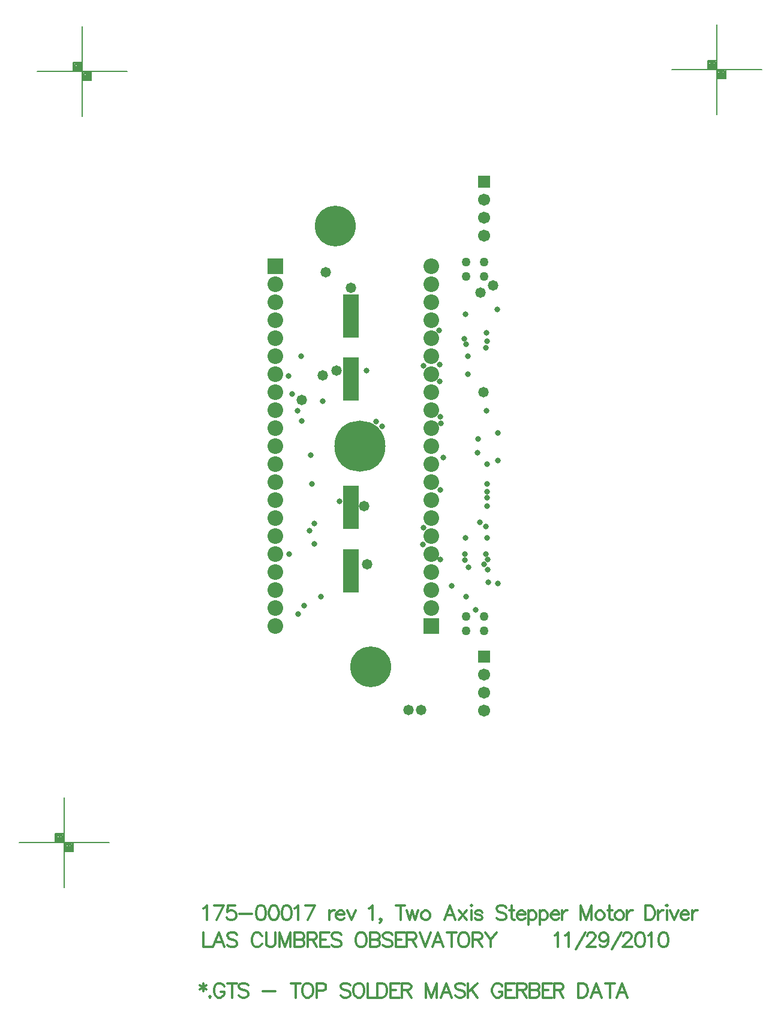
<source format=gts>
%FSLAX23Y23*%
%MOIN*%
G70*
G01*
G75*
G04 Layer_Color=8388736*
%ADD10R,0.079X0.236*%
%ADD11C,0.007*%
%ADD12C,0.050*%
%ADD13C,0.010*%
%ADD14C,0.020*%
%ADD15C,0.012*%
%ADD16C,0.008*%
%ADD17C,0.012*%
%ADD18C,0.012*%
%ADD19C,0.050*%
%ADD20C,0.079*%
%ADD21R,0.079X0.079*%
%ADD22R,0.059X0.059*%
%ADD23C,0.059*%
%ADD24C,0.276*%
%ADD25C,0.219*%
%ADD26C,0.024*%
%ADD27C,0.040*%
%ADD28C,0.065*%
G04:AMPARAMS|DCode=29|XSize=85mil|YSize=85mil|CornerRadius=0mil|HoleSize=0mil|Usage=FLASHONLY|Rotation=0.000|XOffset=0mil|YOffset=0mil|HoleType=Round|Shape=Relief|Width=10mil|Gap=10mil|Entries=4|*
%AMTHD29*
7,0,0,0.085,0.065,0.010,45*
%
%ADD29THD29*%
%ADD30C,0.099*%
G04:AMPARAMS|DCode=31|XSize=119.055mil|YSize=119.055mil|CornerRadius=0mil|HoleSize=0mil|Usage=FLASHONLY|Rotation=0.000|XOffset=0mil|YOffset=0mil|HoleType=Round|Shape=Relief|Width=10mil|Gap=10mil|Entries=4|*
%AMTHD31*
7,0,0,0.119,0.099,0.010,45*
%
%ADD31THD31*%
%ADD32C,0.075*%
%ADD33C,0.197*%
%ADD34C,0.206*%
%ADD35C,0.068*%
G04:AMPARAMS|DCode=36|XSize=70mil|YSize=70mil|CornerRadius=0mil|HoleSize=0mil|Usage=FLASHONLY|Rotation=0.000|XOffset=0mil|YOffset=0mil|HoleType=Round|Shape=Relief|Width=10mil|Gap=10mil|Entries=4|*
%AMTHD36*
7,0,0,0.070,0.050,0.010,45*
%
%ADD36THD36*%
G04:AMPARAMS|DCode=37|XSize=88mil|YSize=88mil|CornerRadius=0mil|HoleSize=0mil|Usage=FLASHONLY|Rotation=0.000|XOffset=0mil|YOffset=0mil|HoleType=Round|Shape=Relief|Width=10mil|Gap=10mil|Entries=4|*
%AMTHD37*
7,0,0,0.088,0.068,0.010,45*
%
%ADD37THD37*%
%ADD38C,0.075*%
%ADD39O,0.079X0.024*%
%ADD40R,0.078X0.048*%
%ADD41R,0.050X0.050*%
%ADD42R,0.130X0.094*%
%ADD43R,0.020X0.709*%
%ADD44R,0.085X0.016*%
%ADD45R,0.059X0.039*%
%ADD46C,0.030*%
%ADD47C,0.005*%
%ADD48C,0.008*%
%ADD49R,0.149X0.227*%
%ADD50R,0.087X0.244*%
%ADD51C,0.087*%
%ADD52R,0.087X0.087*%
%ADD53R,0.067X0.067*%
%ADD54C,0.067*%
%ADD55C,0.284*%
%ADD56C,0.227*%
%ADD57C,0.032*%
%ADD58C,0.058*%
D15*
X31016Y18832D02*
Y18786D01*
X30997Y18821D02*
X31035Y18798D01*
Y18821D02*
X30997Y18798D01*
X31055Y18760D02*
X31051Y18756D01*
X31055Y18752D01*
X31059Y18756D01*
X31055Y18760D01*
X31133Y18813D02*
X31130Y18821D01*
X31122Y18828D01*
X31114Y18832D01*
X31099D01*
X31092Y18828D01*
X31084Y18821D01*
X31080Y18813D01*
X31076Y18802D01*
Y18783D01*
X31080Y18771D01*
X31084Y18763D01*
X31092Y18756D01*
X31099Y18752D01*
X31114D01*
X31122Y18756D01*
X31130Y18763D01*
X31133Y18771D01*
Y18783D01*
X31114D02*
X31133D01*
X31178Y18832D02*
Y18752D01*
X31152Y18832D02*
X31205D01*
X31268Y18821D02*
X31260Y18828D01*
X31249Y18832D01*
X31234D01*
X31222Y18828D01*
X31215Y18821D01*
Y18813D01*
X31218Y18805D01*
X31222Y18802D01*
X31230Y18798D01*
X31253Y18790D01*
X31260Y18786D01*
X31264Y18783D01*
X31268Y18775D01*
Y18763D01*
X31260Y18756D01*
X31249Y18752D01*
X31234D01*
X31222Y18756D01*
X31215Y18763D01*
X31349Y18786D02*
X31417D01*
X31530Y18832D02*
Y18752D01*
X31504Y18832D02*
X31557D01*
X31589D02*
X31582Y18828D01*
X31574Y18821D01*
X31570Y18813D01*
X31567Y18802D01*
Y18783D01*
X31570Y18771D01*
X31574Y18763D01*
X31582Y18756D01*
X31589Y18752D01*
X31605D01*
X31612Y18756D01*
X31620Y18763D01*
X31624Y18771D01*
X31627Y18783D01*
Y18802D01*
X31624Y18813D01*
X31620Y18821D01*
X31612Y18828D01*
X31605Y18832D01*
X31589D01*
X31646Y18790D02*
X31680D01*
X31692Y18794D01*
X31696Y18798D01*
X31699Y18805D01*
Y18817D01*
X31696Y18824D01*
X31692Y18828D01*
X31680Y18832D01*
X31646D01*
Y18752D01*
X31834Y18821D02*
X31826Y18828D01*
X31814Y18832D01*
X31799D01*
X31788Y18828D01*
X31780Y18821D01*
Y18813D01*
X31784Y18805D01*
X31788Y18802D01*
X31795Y18798D01*
X31818Y18790D01*
X31826Y18786D01*
X31830Y18783D01*
X31834Y18775D01*
Y18763D01*
X31826Y18756D01*
X31814Y18752D01*
X31799D01*
X31788Y18756D01*
X31780Y18763D01*
X31874Y18832D02*
X31867Y18828D01*
X31859Y18821D01*
X31855Y18813D01*
X31851Y18802D01*
Y18783D01*
X31855Y18771D01*
X31859Y18763D01*
X31867Y18756D01*
X31874Y18752D01*
X31890D01*
X31897Y18756D01*
X31905Y18763D01*
X31909Y18771D01*
X31912Y18783D01*
Y18802D01*
X31909Y18813D01*
X31905Y18821D01*
X31897Y18828D01*
X31890Y18832D01*
X31874D01*
X31931D02*
Y18752D01*
X31977D01*
X31985Y18832D02*
Y18752D01*
Y18832D02*
X32012D01*
X32024Y18828D01*
X32031Y18821D01*
X32035Y18813D01*
X32039Y18802D01*
Y18783D01*
X32035Y18771D01*
X32031Y18763D01*
X32024Y18756D01*
X32012Y18752D01*
X31985D01*
X32106Y18832D02*
X32057D01*
Y18752D01*
X32106D01*
X32057Y18794D02*
X32087D01*
X32120Y18832D02*
Y18752D01*
Y18832D02*
X32154D01*
X32165Y18828D01*
X32169Y18824D01*
X32173Y18817D01*
Y18809D01*
X32169Y18802D01*
X32165Y18798D01*
X32154Y18794D01*
X32120D01*
X32146D02*
X32173Y18752D01*
X32254Y18832D02*
Y18752D01*
Y18832D02*
X32284Y18752D01*
X32315Y18832D02*
X32284Y18752D01*
X32315Y18832D02*
Y18752D01*
X32398D02*
X32368Y18832D01*
X32337Y18752D01*
X32349Y18779D02*
X32387D01*
X32470Y18821D02*
X32463Y18828D01*
X32451Y18832D01*
X32436D01*
X32425Y18828D01*
X32417Y18821D01*
Y18813D01*
X32421Y18805D01*
X32425Y18802D01*
X32432Y18798D01*
X32455Y18790D01*
X32463Y18786D01*
X32467Y18783D01*
X32470Y18775D01*
Y18763D01*
X32463Y18756D01*
X32451Y18752D01*
X32436D01*
X32425Y18756D01*
X32417Y18763D01*
X32488Y18832D02*
Y18752D01*
X32542Y18832D02*
X32488Y18779D01*
X32507Y18798D02*
X32542Y18752D01*
X32679Y18813D02*
X32676Y18821D01*
X32668Y18828D01*
X32660Y18832D01*
X32645D01*
X32638Y18828D01*
X32630Y18821D01*
X32626Y18813D01*
X32622Y18802D01*
Y18783D01*
X32626Y18771D01*
X32630Y18763D01*
X32638Y18756D01*
X32645Y18752D01*
X32660D01*
X32668Y18756D01*
X32676Y18763D01*
X32679Y18771D01*
Y18783D01*
X32660D02*
X32679D01*
X32747Y18832D02*
X32698D01*
Y18752D01*
X32747D01*
X32698Y18794D02*
X32728D01*
X32761Y18832D02*
Y18752D01*
Y18832D02*
X32795D01*
X32806Y18828D01*
X32810Y18824D01*
X32814Y18817D01*
Y18809D01*
X32810Y18802D01*
X32806Y18798D01*
X32795Y18794D01*
X32761D01*
X32787D02*
X32814Y18752D01*
X32832Y18832D02*
Y18752D01*
Y18832D02*
X32866D01*
X32877Y18828D01*
X32881Y18824D01*
X32885Y18817D01*
Y18809D01*
X32881Y18802D01*
X32877Y18798D01*
X32866Y18794D01*
X32832D02*
X32866D01*
X32877Y18790D01*
X32881Y18786D01*
X32885Y18779D01*
Y18767D01*
X32881Y18760D01*
X32877Y18756D01*
X32866Y18752D01*
X32832D01*
X32953Y18832D02*
X32903D01*
Y18752D01*
X32953D01*
X32903Y18794D02*
X32933D01*
X32966Y18832D02*
Y18752D01*
Y18832D02*
X33000D01*
X33012Y18828D01*
X33015Y18824D01*
X33019Y18817D01*
Y18809D01*
X33015Y18802D01*
X33012Y18798D01*
X33000Y18794D01*
X32966D01*
X32993D02*
X33019Y18752D01*
X33100Y18832D02*
Y18752D01*
Y18832D02*
X33127D01*
X33138Y18828D01*
X33146Y18821D01*
X33149Y18813D01*
X33153Y18802D01*
Y18783D01*
X33149Y18771D01*
X33146Y18763D01*
X33138Y18756D01*
X33127Y18752D01*
X33100D01*
X33232D02*
X33202Y18832D01*
X33171Y18752D01*
X33183Y18779D02*
X33221D01*
X33277Y18832D02*
Y18752D01*
X33251Y18832D02*
X33304D01*
X33375Y18752D02*
X33344Y18832D01*
X33314Y18752D01*
X33325Y18779D02*
X33363D01*
D16*
X33620Y23910D02*
X34120D01*
X33870Y23660D02*
Y24160D01*
X33820Y23910D02*
Y23960D01*
X33870D01*
X33920Y23860D02*
Y23910D01*
X33870Y23860D02*
X33920D01*
X33875Y23905D02*
X33915D01*
Y23865D02*
Y23905D01*
X33875Y23865D02*
X33915D01*
X33875D02*
Y23905D01*
X33880Y23900D02*
X33910D01*
Y23870D02*
Y23900D01*
X33880Y23870D02*
X33910D01*
X33880D02*
Y23895D01*
X33885D02*
X33905D01*
Y23875D02*
Y23895D01*
X33885Y23875D02*
X33905D01*
X33885D02*
Y23890D01*
X33890D02*
X33900D01*
Y23880D02*
Y23890D01*
X33890Y23880D02*
X33900D01*
X33890D02*
Y23890D01*
Y23885D02*
X33900D01*
X33825Y23955D02*
X33865D01*
Y23915D02*
Y23955D01*
X33825Y23915D02*
X33865D01*
X33825D02*
Y23955D01*
X33830Y23950D02*
X33860D01*
Y23920D02*
Y23950D01*
X33830Y23920D02*
X33860D01*
X33830D02*
Y23945D01*
X33835D02*
X33855D01*
Y23925D02*
Y23945D01*
X33835Y23925D02*
X33855D01*
X33835D02*
Y23940D01*
X33840D02*
X33850D01*
Y23930D02*
Y23940D01*
X33840Y23930D02*
X33850D01*
X33840D02*
Y23940D01*
Y23935D02*
X33850D01*
X30094Y23901D02*
X30594D01*
X30344Y23651D02*
Y24151D01*
X30294Y23901D02*
Y23951D01*
X30344D01*
X30394Y23851D02*
Y23901D01*
X30344Y23851D02*
X30394D01*
X30349Y23896D02*
X30389D01*
Y23856D02*
Y23896D01*
X30349Y23856D02*
X30389D01*
X30349D02*
Y23896D01*
X30354Y23891D02*
X30384D01*
Y23861D02*
Y23891D01*
X30354Y23861D02*
X30384D01*
X30354D02*
Y23886D01*
X30359D02*
X30379D01*
Y23866D02*
Y23886D01*
X30359Y23866D02*
X30379D01*
X30359D02*
Y23881D01*
X30364D02*
X30374D01*
Y23871D02*
Y23881D01*
X30364Y23871D02*
X30374D01*
X30364D02*
Y23881D01*
Y23876D02*
X30374D01*
X30299Y23946D02*
X30339D01*
Y23906D02*
Y23946D01*
X30299Y23906D02*
X30339D01*
X30299D02*
Y23946D01*
X30304Y23941D02*
X30334D01*
Y23911D02*
Y23941D01*
X30304Y23911D02*
X30334D01*
X30304D02*
Y23936D01*
X30309D02*
X30329D01*
Y23916D02*
Y23936D01*
X30309Y23916D02*
X30329D01*
X30309D02*
Y23931D01*
X30314D02*
X30324D01*
Y23921D02*
Y23931D01*
X30314Y23921D02*
X30324D01*
X30314D02*
Y23931D01*
Y23926D02*
X30324D01*
X29995Y19615D02*
X30495D01*
X30245Y19365D02*
Y19865D01*
X30195Y19615D02*
Y19665D01*
X30245D01*
X30295Y19565D02*
Y19615D01*
X30245Y19565D02*
X30295D01*
X30250Y19610D02*
X30290D01*
Y19570D02*
Y19610D01*
X30250Y19570D02*
X30290D01*
X30250D02*
Y19610D01*
X30255Y19605D02*
X30285D01*
Y19575D02*
Y19605D01*
X30255Y19575D02*
X30285D01*
X30255D02*
Y19600D01*
X30260D02*
X30280D01*
Y19580D02*
Y19600D01*
X30260Y19580D02*
X30280D01*
X30260D02*
Y19595D01*
X30265D02*
X30275D01*
Y19585D02*
Y19595D01*
X30265Y19585D02*
X30275D01*
X30265D02*
Y19595D01*
Y19590D02*
X30275D01*
X30200Y19660D02*
X30240D01*
Y19620D02*
Y19660D01*
X30200Y19620D02*
X30240D01*
X30200D02*
Y19660D01*
X30205Y19655D02*
X30235D01*
Y19625D02*
Y19655D01*
X30205Y19625D02*
X30235D01*
X30205D02*
Y19650D01*
X30210D02*
X30230D01*
Y19630D02*
Y19650D01*
X30210Y19630D02*
X30230D01*
X30210D02*
Y19645D01*
X30215D02*
X30225D01*
Y19635D02*
Y19645D01*
X30215Y19635D02*
X30225D01*
X30215D02*
Y19645D01*
Y19640D02*
X30225D01*
D17*
X31018Y19247D02*
X31025Y19251D01*
X31037Y19263D01*
Y19183D01*
X31130Y19263D02*
X31092Y19183D01*
X31076Y19263D02*
X31130D01*
X31193D02*
X31155D01*
X31151Y19228D01*
X31155Y19232D01*
X31167Y19236D01*
X31178D01*
X31190Y19232D01*
X31197Y19225D01*
X31201Y19213D01*
Y19205D01*
X31197Y19194D01*
X31190Y19186D01*
X31178Y19183D01*
X31167D01*
X31155Y19186D01*
X31151Y19190D01*
X31148Y19198D01*
X31219Y19217D02*
X31287D01*
X31334Y19263D02*
X31322Y19259D01*
X31315Y19247D01*
X31311Y19228D01*
Y19217D01*
X31315Y19198D01*
X31322Y19186D01*
X31334Y19183D01*
X31342D01*
X31353Y19186D01*
X31361Y19198D01*
X31364Y19217D01*
Y19228D01*
X31361Y19247D01*
X31353Y19259D01*
X31342Y19263D01*
X31334D01*
X31405D02*
X31394Y19259D01*
X31386Y19247D01*
X31382Y19228D01*
Y19217D01*
X31386Y19198D01*
X31394Y19186D01*
X31405Y19183D01*
X31413D01*
X31424Y19186D01*
X31432Y19198D01*
X31436Y19217D01*
Y19228D01*
X31432Y19247D01*
X31424Y19259D01*
X31413Y19263D01*
X31405D01*
X31476D02*
X31465Y19259D01*
X31457Y19247D01*
X31454Y19228D01*
Y19217D01*
X31457Y19198D01*
X31465Y19186D01*
X31476Y19183D01*
X31484D01*
X31495Y19186D01*
X31503Y19198D01*
X31507Y19217D01*
Y19228D01*
X31503Y19247D01*
X31495Y19259D01*
X31484Y19263D01*
X31476D01*
X31525Y19247D02*
X31532Y19251D01*
X31544Y19263D01*
Y19183D01*
X31637Y19263D02*
X31599Y19183D01*
X31583Y19263D02*
X31637D01*
X31717Y19236D02*
Y19183D01*
Y19213D02*
X31721Y19225D01*
X31729Y19232D01*
X31736Y19236D01*
X31748D01*
X31755Y19213D02*
X31801D01*
Y19221D01*
X31797Y19228D01*
X31793Y19232D01*
X31786Y19236D01*
X31774D01*
X31767Y19232D01*
X31759Y19225D01*
X31755Y19213D01*
Y19205D01*
X31759Y19194D01*
X31767Y19186D01*
X31774Y19183D01*
X31786D01*
X31793Y19186D01*
X31801Y19194D01*
X31818Y19236D02*
X31841Y19183D01*
X31864Y19236D02*
X31841Y19183D01*
X31939Y19247D02*
X31947Y19251D01*
X31959Y19263D01*
Y19183D01*
X32006Y19186D02*
X32002Y19183D01*
X31998Y19186D01*
X32002Y19190D01*
X32006Y19186D01*
Y19179D01*
X32002Y19171D01*
X31998Y19167D01*
X32113Y19263D02*
Y19183D01*
X32086Y19263D02*
X32139D01*
X32149Y19236D02*
X32164Y19183D01*
X32179Y19236D02*
X32164Y19183D01*
X32179Y19236D02*
X32195Y19183D01*
X32210Y19236D02*
X32195Y19183D01*
X32248Y19236D02*
X32240Y19232D01*
X32232Y19225D01*
X32229Y19213D01*
Y19205D01*
X32232Y19194D01*
X32240Y19186D01*
X32248Y19183D01*
X32259D01*
X32267Y19186D01*
X32274Y19194D01*
X32278Y19205D01*
Y19213D01*
X32274Y19225D01*
X32267Y19232D01*
X32259Y19236D01*
X32248D01*
X32419Y19183D02*
X32389Y19263D01*
X32358Y19183D01*
X32370Y19209D02*
X32408D01*
X32438Y19236D02*
X32480Y19183D01*
Y19236D02*
X32438Y19183D01*
X32504Y19263D02*
X32508Y19259D01*
X32512Y19263D01*
X32508Y19266D01*
X32504Y19263D01*
X32508Y19236D02*
Y19183D01*
X32568Y19225D02*
X32564Y19232D01*
X32553Y19236D01*
X32541D01*
X32530Y19232D01*
X32526Y19225D01*
X32530Y19217D01*
X32537Y19213D01*
X32557Y19209D01*
X32564Y19205D01*
X32568Y19198D01*
Y19194D01*
X32564Y19186D01*
X32553Y19183D01*
X32541D01*
X32530Y19186D01*
X32526Y19194D01*
X32701Y19251D02*
X32693Y19259D01*
X32682Y19263D01*
X32667D01*
X32655Y19259D01*
X32648Y19251D01*
Y19244D01*
X32651Y19236D01*
X32655Y19232D01*
X32663Y19228D01*
X32686Y19221D01*
X32693Y19217D01*
X32697Y19213D01*
X32701Y19205D01*
Y19194D01*
X32693Y19186D01*
X32682Y19183D01*
X32667D01*
X32655Y19186D01*
X32648Y19194D01*
X32730Y19263D02*
Y19198D01*
X32734Y19186D01*
X32742Y19183D01*
X32749D01*
X32719Y19236D02*
X32745D01*
X32761Y19213D02*
X32806D01*
Y19221D01*
X32803Y19228D01*
X32799Y19232D01*
X32791Y19236D01*
X32780D01*
X32772Y19232D01*
X32764Y19225D01*
X32761Y19213D01*
Y19205D01*
X32764Y19194D01*
X32772Y19186D01*
X32780Y19183D01*
X32791D01*
X32799Y19186D01*
X32806Y19194D01*
X32823Y19236D02*
Y19156D01*
Y19225D02*
X32831Y19232D01*
X32839Y19236D01*
X32850D01*
X32858Y19232D01*
X32865Y19225D01*
X32869Y19213D01*
Y19205D01*
X32865Y19194D01*
X32858Y19186D01*
X32850Y19183D01*
X32839D01*
X32831Y19186D01*
X32823Y19194D01*
X32886Y19236D02*
Y19156D01*
Y19225D02*
X32894Y19232D01*
X32902Y19236D01*
X32913D01*
X32921Y19232D01*
X32928Y19225D01*
X32932Y19213D01*
Y19205D01*
X32928Y19194D01*
X32921Y19186D01*
X32913Y19183D01*
X32902D01*
X32894Y19186D01*
X32886Y19194D01*
X32949Y19213D02*
X32995D01*
Y19221D01*
X32991Y19228D01*
X32987Y19232D01*
X32980Y19236D01*
X32968D01*
X32961Y19232D01*
X32953Y19225D01*
X32949Y19213D01*
Y19205D01*
X32953Y19194D01*
X32961Y19186D01*
X32968Y19183D01*
X32980D01*
X32987Y19186D01*
X32995Y19194D01*
X33012Y19236D02*
Y19183D01*
Y19213D02*
X33016Y19225D01*
X33023Y19232D01*
X33031Y19236D01*
X33042D01*
X33113Y19263D02*
Y19183D01*
Y19263D02*
X33143Y19183D01*
X33174Y19263D02*
X33143Y19183D01*
X33174Y19263D02*
Y19183D01*
X33215Y19236D02*
X33208Y19232D01*
X33200Y19225D01*
X33196Y19213D01*
Y19205D01*
X33200Y19194D01*
X33208Y19186D01*
X33215Y19183D01*
X33227D01*
X33234Y19186D01*
X33242Y19194D01*
X33246Y19205D01*
Y19213D01*
X33242Y19225D01*
X33234Y19232D01*
X33227Y19236D01*
X33215D01*
X33275Y19263D02*
Y19198D01*
X33279Y19186D01*
X33286Y19183D01*
X33294D01*
X33263Y19236D02*
X33290D01*
X33324D02*
X33317Y19232D01*
X33309Y19225D01*
X33305Y19213D01*
Y19205D01*
X33309Y19194D01*
X33317Y19186D01*
X33324Y19183D01*
X33336D01*
X33343Y19186D01*
X33351Y19194D01*
X33355Y19205D01*
Y19213D01*
X33351Y19225D01*
X33343Y19232D01*
X33336Y19236D01*
X33324D01*
X33372D02*
Y19183D01*
Y19213D02*
X33376Y19225D01*
X33384Y19232D01*
X33391Y19236D01*
X33403D01*
X33473Y19263D02*
Y19183D01*
Y19263D02*
X33500D01*
X33511Y19259D01*
X33519Y19251D01*
X33522Y19244D01*
X33526Y19232D01*
Y19213D01*
X33522Y19202D01*
X33519Y19194D01*
X33511Y19186D01*
X33500Y19183D01*
X33473D01*
X33544Y19236D02*
Y19183D01*
Y19213D02*
X33548Y19225D01*
X33556Y19232D01*
X33563Y19236D01*
X33575D01*
X33589Y19263D02*
X33593Y19259D01*
X33597Y19263D01*
X33593Y19266D01*
X33589Y19263D01*
X33593Y19236D02*
Y19183D01*
X33611Y19236D02*
X33634Y19183D01*
X33657Y19236D02*
X33634Y19183D01*
X33670Y19213D02*
X33715D01*
Y19221D01*
X33712Y19228D01*
X33708Y19232D01*
X33700Y19236D01*
X33689D01*
X33681Y19232D01*
X33674Y19225D01*
X33670Y19213D01*
Y19205D01*
X33674Y19194D01*
X33681Y19186D01*
X33689Y19183D01*
X33700D01*
X33708Y19186D01*
X33715Y19194D01*
X33733Y19236D02*
Y19183D01*
Y19213D02*
X33736Y19225D01*
X33744Y19232D01*
X33752Y19236D01*
X33763D01*
D18*
X31018Y19113D02*
Y19033D01*
X31063D01*
X31133D02*
X31103Y19113D01*
X31072Y19033D01*
X31084Y19059D02*
X31122D01*
X31205Y19101D02*
X31198Y19109D01*
X31186Y19113D01*
X31171D01*
X31159Y19109D01*
X31152Y19101D01*
Y19094D01*
X31156Y19086D01*
X31159Y19082D01*
X31167Y19078D01*
X31190Y19071D01*
X31198Y19067D01*
X31201Y19063D01*
X31205Y19055D01*
Y19044D01*
X31198Y19036D01*
X31186Y19033D01*
X31171D01*
X31159Y19036D01*
X31152Y19044D01*
X31343Y19094D02*
X31339Y19101D01*
X31332Y19109D01*
X31324Y19113D01*
X31309D01*
X31301Y19109D01*
X31294Y19101D01*
X31290Y19094D01*
X31286Y19082D01*
Y19063D01*
X31290Y19052D01*
X31294Y19044D01*
X31301Y19036D01*
X31309Y19033D01*
X31324D01*
X31332Y19036D01*
X31339Y19044D01*
X31343Y19052D01*
X31366Y19113D02*
Y19055D01*
X31369Y19044D01*
X31377Y19036D01*
X31388Y19033D01*
X31396D01*
X31407Y19036D01*
X31415Y19044D01*
X31419Y19055D01*
Y19113D01*
X31441D02*
Y19033D01*
Y19113D02*
X31471Y19033D01*
X31502Y19113D02*
X31471Y19033D01*
X31502Y19113D02*
Y19033D01*
X31525Y19113D02*
Y19033D01*
Y19113D02*
X31559D01*
X31570Y19109D01*
X31574Y19105D01*
X31578Y19097D01*
Y19090D01*
X31574Y19082D01*
X31570Y19078D01*
X31559Y19075D01*
X31525D02*
X31559D01*
X31570Y19071D01*
X31574Y19067D01*
X31578Y19059D01*
Y19048D01*
X31574Y19040D01*
X31570Y19036D01*
X31559Y19033D01*
X31525D01*
X31596Y19113D02*
Y19033D01*
Y19113D02*
X31630D01*
X31642Y19109D01*
X31645Y19105D01*
X31649Y19097D01*
Y19090D01*
X31645Y19082D01*
X31642Y19078D01*
X31630Y19075D01*
X31596D01*
X31623D02*
X31649Y19033D01*
X31717Y19113D02*
X31667D01*
Y19033D01*
X31717D01*
X31667Y19075D02*
X31698D01*
X31783Y19101D02*
X31776Y19109D01*
X31764Y19113D01*
X31749D01*
X31738Y19109D01*
X31730Y19101D01*
Y19094D01*
X31734Y19086D01*
X31738Y19082D01*
X31745Y19078D01*
X31768Y19071D01*
X31776Y19067D01*
X31780Y19063D01*
X31783Y19055D01*
Y19044D01*
X31776Y19036D01*
X31764Y19033D01*
X31749D01*
X31738Y19036D01*
X31730Y19044D01*
X31887Y19113D02*
X31879Y19109D01*
X31872Y19101D01*
X31868Y19094D01*
X31864Y19082D01*
Y19063D01*
X31868Y19052D01*
X31872Y19044D01*
X31879Y19036D01*
X31887Y19033D01*
X31902D01*
X31910Y19036D01*
X31917Y19044D01*
X31921Y19052D01*
X31925Y19063D01*
Y19082D01*
X31921Y19094D01*
X31917Y19101D01*
X31910Y19109D01*
X31902Y19113D01*
X31887D01*
X31944D02*
Y19033D01*
Y19113D02*
X31978D01*
X31989Y19109D01*
X31993Y19105D01*
X31997Y19097D01*
Y19090D01*
X31993Y19082D01*
X31989Y19078D01*
X31978Y19075D01*
X31944D02*
X31978D01*
X31989Y19071D01*
X31993Y19067D01*
X31997Y19059D01*
Y19048D01*
X31993Y19040D01*
X31989Y19036D01*
X31978Y19033D01*
X31944D01*
X32068Y19101D02*
X32061Y19109D01*
X32049Y19113D01*
X32034D01*
X32023Y19109D01*
X32015Y19101D01*
Y19094D01*
X32019Y19086D01*
X32023Y19082D01*
X32030Y19078D01*
X32053Y19071D01*
X32061Y19067D01*
X32064Y19063D01*
X32068Y19055D01*
Y19044D01*
X32061Y19036D01*
X32049Y19033D01*
X32034D01*
X32023Y19036D01*
X32015Y19044D01*
X32136Y19113D02*
X32086D01*
Y19033D01*
X32136D01*
X32086Y19075D02*
X32117D01*
X32149Y19113D02*
Y19033D01*
Y19113D02*
X32183D01*
X32195Y19109D01*
X32198Y19105D01*
X32202Y19097D01*
Y19090D01*
X32198Y19082D01*
X32195Y19078D01*
X32183Y19075D01*
X32149D01*
X32176D02*
X32202Y19033D01*
X32220Y19113D02*
X32251Y19033D01*
X32281Y19113D02*
X32251Y19033D01*
X32352D02*
X32322Y19113D01*
X32291Y19033D01*
X32303Y19059D02*
X32341D01*
X32398Y19113D02*
Y19033D01*
X32371Y19113D02*
X32424D01*
X32457D02*
X32449Y19109D01*
X32441Y19101D01*
X32438Y19094D01*
X32434Y19082D01*
Y19063D01*
X32438Y19052D01*
X32441Y19044D01*
X32449Y19036D01*
X32457Y19033D01*
X32472D01*
X32480Y19036D01*
X32487Y19044D01*
X32491Y19052D01*
X32495Y19063D01*
Y19082D01*
X32491Y19094D01*
X32487Y19101D01*
X32480Y19109D01*
X32472Y19113D01*
X32457D01*
X32513D02*
Y19033D01*
Y19113D02*
X32548D01*
X32559Y19109D01*
X32563Y19105D01*
X32567Y19097D01*
Y19090D01*
X32563Y19082D01*
X32559Y19078D01*
X32548Y19075D01*
X32513D01*
X32540D02*
X32567Y19033D01*
X32585Y19113D02*
X32615Y19075D01*
Y19033D01*
X32646Y19113D02*
X32615Y19075D01*
X32970Y19097D02*
X32978Y19101D01*
X32989Y19113D01*
Y19033D01*
X33029Y19097D02*
X33036Y19101D01*
X33048Y19113D01*
Y19033D01*
X33087Y19021D02*
X33141Y19113D01*
X33150Y19094D02*
Y19097D01*
X33154Y19105D01*
X33158Y19109D01*
X33165Y19113D01*
X33180D01*
X33188Y19109D01*
X33192Y19105D01*
X33196Y19097D01*
Y19090D01*
X33192Y19082D01*
X33184Y19071D01*
X33146Y19033D01*
X33199D01*
X33267Y19086D02*
X33263Y19075D01*
X33255Y19067D01*
X33244Y19063D01*
X33240D01*
X33229Y19067D01*
X33221Y19075D01*
X33217Y19086D01*
Y19090D01*
X33221Y19101D01*
X33229Y19109D01*
X33240Y19113D01*
X33244D01*
X33255Y19109D01*
X33263Y19101D01*
X33267Y19086D01*
Y19067D01*
X33263Y19048D01*
X33255Y19036D01*
X33244Y19033D01*
X33236D01*
X33225Y19036D01*
X33221Y19044D01*
X33289Y19021D02*
X33342Y19113D01*
X33351Y19094D02*
Y19097D01*
X33355Y19105D01*
X33359Y19109D01*
X33366Y19113D01*
X33381D01*
X33389Y19109D01*
X33393Y19105D01*
X33397Y19097D01*
Y19090D01*
X33393Y19082D01*
X33385Y19071D01*
X33347Y19033D01*
X33401D01*
X33441Y19113D02*
X33430Y19109D01*
X33422Y19097D01*
X33418Y19078D01*
Y19067D01*
X33422Y19048D01*
X33430Y19036D01*
X33441Y19033D01*
X33449D01*
X33460Y19036D01*
X33468Y19048D01*
X33472Y19067D01*
Y19078D01*
X33468Y19097D01*
X33460Y19109D01*
X33449Y19113D01*
X33441D01*
X33490Y19097D02*
X33497Y19101D01*
X33509Y19113D01*
Y19033D01*
X33571Y19113D02*
X33560Y19109D01*
X33552Y19097D01*
X33548Y19078D01*
Y19067D01*
X33552Y19048D01*
X33560Y19036D01*
X33571Y19033D01*
X33579D01*
X33590Y19036D01*
X33598Y19048D01*
X33602Y19067D01*
Y19078D01*
X33598Y19097D01*
X33590Y19109D01*
X33579Y19113D01*
X33571D01*
D19*
X32476Y22841D02*
D03*
Y22762D02*
D03*
X32576Y22761D02*
D03*
Y22841D02*
D03*
Y20791D02*
D03*
X32476D02*
D03*
Y20871D02*
D03*
X32576D02*
D03*
D50*
X31838Y22190D02*
D03*
Y22542D02*
D03*
Y21477D02*
D03*
Y21125D02*
D03*
D51*
X31416Y20816D02*
D03*
Y20916D02*
D03*
Y21016D02*
D03*
Y21116D02*
D03*
Y21216D02*
D03*
Y21316D02*
D03*
Y21416D02*
D03*
Y21516D02*
D03*
Y21616D02*
D03*
Y21716D02*
D03*
Y21816D02*
D03*
Y21916D02*
D03*
Y22016D02*
D03*
Y22116D02*
D03*
Y22216D02*
D03*
Y22316D02*
D03*
Y22416D02*
D03*
Y22516D02*
D03*
Y22616D02*
D03*
Y22716D02*
D03*
X32283Y20916D02*
D03*
Y21016D02*
D03*
Y21116D02*
D03*
Y21216D02*
D03*
Y21316D02*
D03*
Y21416D02*
D03*
Y21516D02*
D03*
Y21616D02*
D03*
Y21716D02*
D03*
Y21816D02*
D03*
Y21916D02*
D03*
Y22016D02*
D03*
Y22116D02*
D03*
Y22216D02*
D03*
Y22316D02*
D03*
Y22416D02*
D03*
Y22516D02*
D03*
Y22616D02*
D03*
Y22716D02*
D03*
Y22816D02*
D03*
D52*
X31416D02*
D03*
X32283Y20816D02*
D03*
D53*
X32578Y23286D02*
D03*
Y20646D02*
D03*
D54*
Y23186D02*
D03*
Y23086D02*
D03*
Y22986D02*
D03*
Y20546D02*
D03*
Y20446D02*
D03*
Y20346D02*
D03*
D55*
X31889Y21816D02*
D03*
D56*
X31751Y23040D02*
D03*
X31948Y20591D02*
D03*
D57*
X32594Y21308D02*
D03*
X32589Y21372D02*
D03*
X32594Y21607D02*
D03*
X32593Y21717D02*
D03*
X32592Y22014D02*
D03*
X32470Y21216D02*
D03*
X32468Y22413D02*
D03*
X32593Y22399D02*
D03*
X32474Y21307D02*
D03*
X32476Y22383D02*
D03*
X32471Y21183D02*
D03*
X32486Y22217D02*
D03*
X32489Y22316D02*
D03*
X32598Y21132D02*
D03*
X32595Y21484D02*
D03*
X32593Y21530D02*
D03*
X32555Y21395D02*
D03*
X32236Y21272D02*
D03*
X31634Y21273D02*
D03*
X32241Y21365D02*
D03*
X31607Y21347D02*
D03*
X31979Y21955D02*
D03*
X32492Y21143D02*
D03*
X31494Y21218D02*
D03*
X32602Y21059D02*
D03*
X31670Y20981D02*
D03*
X31634Y21386D02*
D03*
X32476Y20981D02*
D03*
X31576Y20932D02*
D03*
X31622Y21608D02*
D03*
X32531Y20906D02*
D03*
X31545Y20884D02*
D03*
X31560Y22316D02*
D03*
X31613Y21766D02*
D03*
X31775Y21511D02*
D03*
X31681Y22068D02*
D03*
X31924Y22236D02*
D03*
X31563Y21957D02*
D03*
X31542Y22015D02*
D03*
X31511Y22108D02*
D03*
X31490Y22208D02*
D03*
X32240Y22265D02*
D03*
X32654Y21892D02*
D03*
X32653Y21737D02*
D03*
X32593Y21565D02*
D03*
X32654Y21053D02*
D03*
X32399Y21042D02*
D03*
X32334Y21573D02*
D03*
X32544Y21856D02*
D03*
X32331Y22177D02*
D03*
Y22269D02*
D03*
X32328Y22460D02*
D03*
X32475Y22549D02*
D03*
X32652Y22577D02*
D03*
X32590Y22448D02*
D03*
X32586Y22363D02*
D03*
X32352Y21754D02*
D03*
X32541Y21782D02*
D03*
X32010Y21928D02*
D03*
X32578Y21159D02*
D03*
X32587Y21218D02*
D03*
X32598Y21186D02*
D03*
X32339Y21945D02*
D03*
X32333Y21979D02*
D03*
X32334Y21187D02*
D03*
D58*
X32228Y20351D02*
D03*
X32158D02*
D03*
X32628Y22711D02*
D03*
X32558Y22671D02*
D03*
X31926Y21162D02*
D03*
X31912Y21484D02*
D03*
X31757Y22237D02*
D03*
X31838Y22697D02*
D03*
X31698Y22784D02*
D03*
X31681Y22210D02*
D03*
X32573Y22118D02*
D03*
X31564Y22075D02*
D03*
M02*

</source>
